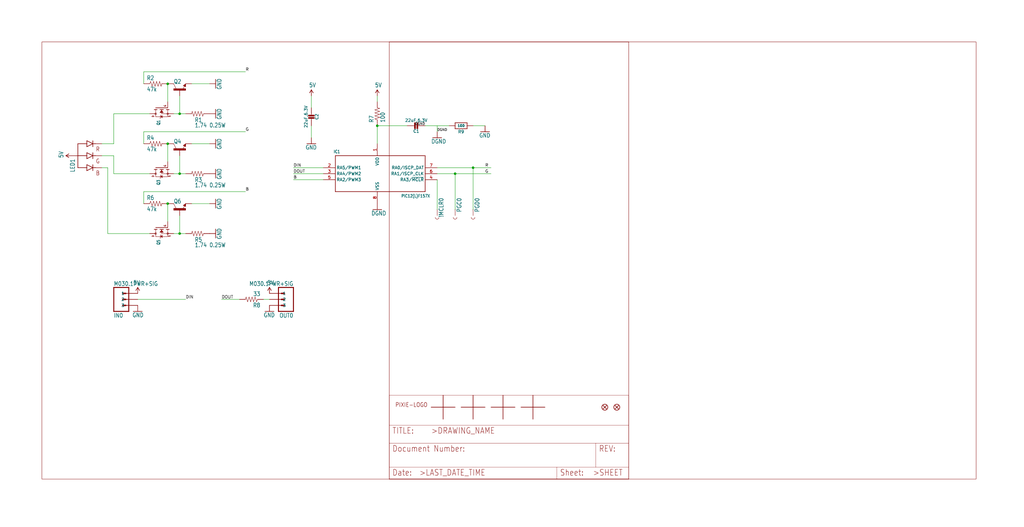
<source format=kicad_sch>
(kicad_sch (version 20211123) (generator eeschema)
  (paper "User" 434.34 223.571)
  (lib_symbols
    (symbol "schematicEagle-eagle-import:5V" (power)
      (property "Value" "5V" (at -1.016 3.556 0))
      (symbol "5V_1_0"
        (polyline (pts (xy 0 2.54) (xy -0.762 1.27)) (stroke (width 0.254)))
        (polyline (pts (xy 0.762 1.27) (xy 0 2.54)) (stroke (width 0.254)))
        (pin power_in line (at 0 0 90) (length 2.54) (name "5V") (number "1"))
      )
    )
    (symbol "schematicEagle-eagle-import:ALIGN_CROSS"
      (symbol "ALIGN_CROSS_1_0"
        (polyline (pts (xy -5.08 0) (xy 5.08 0)) (stroke (width 0.254)))
        (polyline (pts (xy 0 5.08) (xy 0 -5.08)) (stroke (width 0.254)))
      )
    )
    (symbol "schematicEagle-eagle-import:CAP_CERAMIC_0805MP"
      (property "Reference" "C" (at -2.29 1.25 90))
      (property "Value" "CAP_CERAMIC_0805MP" (at 2.3 1.25 90))
      (symbol "CAP_CERAMIC_0805MP_1_0"
        (rectangle (start -1.27 0.508) (end 1.27 1.016) (fill (type outline)))
        (rectangle (start -1.27 1.524) (end 1.27 2.032) (fill (type outline)))
        (polyline (pts (xy 0 0.762) (xy 0 0)) (stroke (width 0.1524)))
        (polyline (pts (xy 0 2.54) (xy 0 1.778)) (stroke (width 0.1524)))
        (pin passive line (at 0 5.08 270) (length 2.54) (name "1") (number "1"))
        (pin passive line (at 0 -2.54 90) (length 2.54) (name "2") (number "2"))
      )
    )
    (symbol "schematicEagle-eagle-import:DGND" (power)
      (property "Value" "DGND" (at -2.54 -2.54 0))
      (symbol "DGND_1_0"
        (polyline (pts (xy -1.905 0) (xy 1.905 0)) (stroke (width 0.254)))
        (pin power_in line (at 0 2.54 270) (length 2.54) (name "GND") (number "1"))
      )
    )
    (symbol "schematicEagle-eagle-import:FIDUCIAL{dblquote}{dblquote}"
      (symbol "FIDUCIAL{dblquote}{dblquote}_1_0"
        (polyline (pts (xy -0.762 0.762) (xy 0.762 -0.762)) (stroke (width 0.254)))
        (polyline (pts (xy 0.762 0.762) (xy -0.762 -0.762)) (stroke (width 0.254)))
        (circle (center 0 0) (radius 1.27) (stroke (width 0.254)))
      )
    )
    (symbol "schematicEagle-eagle-import:GND" (power)
      (property "Value" "GND" (at -2.54 -2.54 0))
      (symbol "GND_1_0"
        (polyline (pts (xy -1.905 0) (xy 1.905 0)) (stroke (width 0.254)))
        (pin power_in line (at 0 2.54 270) (length 2.54) (name "GND") (number "1"))
      )
    )
    (symbol "schematicEagle-eagle-import:IRLML2060TRPBF"
      (property "Reference" "Q" (at 5.08 0.635 0))
      (property "Value" "IRLML2060TRPBF" (at 5.08 -1.27 0))
      (symbol "IRLML2060TRPBF_1_0"
        (polyline (pts (xy 0 2.54) (xy 0 -2.54)) (stroke (width 0.254)))
        (polyline (pts (xy 0.762 -2.54) (xy 0.762 -3.175)) (stroke (width 0.254)))
        (polyline (pts (xy 0.762 -1.905) (xy 0.762 -2.54)) (stroke (width 0.254)))
        (polyline (pts (xy 0.762 0) (xy 0.762 -0.762)) (stroke (width 0.254)))
        (polyline (pts (xy 0.762 0) (xy 2.54 0)) (stroke (width 0.1524)))
        (polyline (pts (xy 0.762 0.762) (xy 0.762 0)) (stroke (width 0.254)))
        (polyline (pts (xy 0.762 2.54) (xy 0.762 1.905)) (stroke (width 0.254)))
        (polyline (pts (xy 0.762 2.54) (xy 3.81 2.54)) (stroke (width 0.1524)))
        (polyline (pts (xy 0.762 3.175) (xy 0.762 2.54)) (stroke (width 0.254)))
        (polyline (pts (xy 2.54 -2.54) (xy 0.762 -2.54)) (stroke (width 0.1524)))
        (polyline (pts (xy 2.54 -2.54) (xy 3.81 -2.54)) (stroke (width 0.1524)))
        (polyline (pts (xy 2.54 0) (xy 2.54 -2.54)) (stroke (width 0.1524)))
        (polyline (pts (xy 3.302 0.508) (xy 3.048 0.254)) (stroke (width 0.1524)))
        (polyline (pts (xy 3.81 0.508) (xy 3.302 0.508)) (stroke (width 0.1524)))
        (polyline (pts (xy 3.81 0.508) (xy 3.81 -2.54)) (stroke (width 0.1524)))
        (polyline (pts (xy 3.81 2.54) (xy 3.81 0.508)) (stroke (width 0.1524)))
        (polyline (pts (xy 4.318 0.508) (xy 3.81 0.508)) (stroke (width 0.1524)))
        (polyline (pts (xy 4.572 0.762) (xy 4.318 0.508)) (stroke (width 0.1524)))
        (polyline (pts (xy 1.016 0) (xy 2.032 0.762) (xy 2.032 -0.762)) (fill (type outline)))
        (polyline (pts (xy 3.81 0.508) (xy 3.302 -0.254) (xy 4.318 -0.254)) (fill (type outline)))
        (circle (center 2.54 -2.54) (radius 0.3592))
        (circle (center 2.54 2.54) (radius 0.3592))
        (text "D" (at 3.175 3.175 0) (effects (font (size 0.8128 0.6908)) (justify left bottom)))
        (text "G" (at -1.27 -1.905 0) (effects (font (size 0.8128 0.6908)) (justify left bottom)))
        (text "S" (at 3.175 -3.81 0) (effects (font (size 0.8128 0.6908)) (justify left bottom)))
        (pin bidirectional line (at -2.54 -2.54 0) (length 2.54) (name "G") (number "1"))
        (pin bidirectional line (at 2.54 -5.08 90) (length 2.54) (name "S") (number "2"))
        (pin bidirectional line (at 2.54 5.08 270) (length 2.54) (name "D") (number "3"))
      )
    )
    (symbol "schematicEagle-eagle-import:LETTER_L"
      (symbol "LETTER_L_0_0"
        (polyline (pts (xy 0 0) (xy 248.92 0) (xy 248.92 185.42) (xy 0 185.42) (xy 0 0)))
      )
      (symbol "LETTER_L_2_0"
        (polyline (pts (xy 0 0) (xy 0 5.08)) (stroke (width 0.1016)))
        (polyline (pts (xy 0 0) (xy 71.12 0)) (stroke (width 0.1016)))
        (polyline (pts (xy 0 5.08) (xy 0 15.24)) (stroke (width 0.1016)))
        (polyline (pts (xy 0 5.08) (xy 71.12 5.08)) (stroke (width 0.1016)))
        (polyline (pts (xy 0 15.24) (xy 0 22.86)) (stroke (width 0.1016)))
        (polyline (pts (xy 0 22.86) (xy 0 35.56)) (stroke (width 0.1016)))
        (polyline (pts (xy 0 22.86) (xy 101.6 22.86)) (stroke (width 0.1016)))
        (polyline (pts (xy 71.12 0) (xy 101.6 0)) (stroke (width 0.1016)))
        (polyline (pts (xy 71.12 5.08) (xy 71.12 0)) (stroke (width 0.1016)))
        (polyline (pts (xy 71.12 5.08) (xy 87.63 5.08)) (stroke (width 0.1016)))
        (polyline (pts (xy 87.63 5.08) (xy 101.6 5.08)) (stroke (width 0.1016)))
        (polyline (pts (xy 87.63 15.24) (xy 0 15.24)) (stroke (width 0.1016)))
        (polyline (pts (xy 87.63 15.24) (xy 87.63 5.08)) (stroke (width 0.1016)))
        (polyline (pts (xy 101.6 5.08) (xy 101.6 0)) (stroke (width 0.1016)))
        (polyline (pts (xy 101.6 15.24) (xy 87.63 15.24)) (stroke (width 0.1016)))
        (polyline (pts (xy 101.6 15.24) (xy 101.6 5.08)) (stroke (width 0.1016)))
        (polyline (pts (xy 101.6 22.86) (xy 101.6 15.24)) (stroke (width 0.1016)))
        (polyline (pts (xy 101.6 35.56) (xy 0 35.56)) (stroke (width 0.1016)))
        (polyline (pts (xy 101.6 35.56) (xy 101.6 22.86)) (stroke (width 0.1016)))
        (text ">DRAWING_NAME" (at 17.78 19.05 0) (effects (font (size 2.54 2.159)) (justify left bottom)))
        (text ">LAST_DATE_TIME" (at 12.7 1.27 0) (effects (font (size 2.54 2.159)) (justify left bottom)))
        (text ">SHEET" (at 86.36 1.27 0) (effects (font (size 2.54 2.159)) (justify left bottom)))
        (text "Date:" (at 1.27 1.27 0) (effects (font (size 2.54 2.159)) (justify left bottom)))
        (text "Document Number:" (at 1.27 11.43 0) (effects (font (size 2.54 2.159)) (justify left bottom)))
        (text "REV:" (at 88.9 11.43 0) (effects (font (size 2.54 2.159)) (justify left bottom)))
        (text "Sheet:" (at 72.39 1.27 0) (effects (font (size 2.54 2.159)) (justify left bottom)))
        (text "TITLE:" (at 1.27 19.05 0) (effects (font (size 2.54 2.159)) (justify left bottom)))
      )
    )
    (symbol "schematicEagle-eagle-import:M030.1PWR+SIG"
      (property "Reference" "JP" (at -2.54 5.842 0))
      (property "Value" "M030.1PWR+SIG" (at -2.54 -7.62 0))
      (symbol "M030.1PWR+SIG_1_0"
        (polyline (pts (xy -2.54 5.08) (xy -2.54 -5.08)) (stroke (width 0.4064)))
        (polyline (pts (xy -2.54 5.08) (xy 3.81 5.08)) (stroke (width 0.4064)))
        (polyline (pts (xy 1.27 -2.54) (xy 2.54 -2.54)) (stroke (width 0.6096)))
        (polyline (pts (xy 1.27 0) (xy 2.54 0)) (stroke (width 0.6096)))
        (polyline (pts (xy 1.27 2.54) (xy 2.54 2.54)) (stroke (width 0.6096)))
        (polyline (pts (xy 3.81 -5.08) (xy -2.54 -5.08)) (stroke (width 0.4064)))
        (polyline (pts (xy 3.81 -5.08) (xy 3.81 5.08)) (stroke (width 0.4064)))
        (pin passive line (at 7.62 -2.54 180) (length 5.08) (name "1") (number "P$1"))
        (pin passive line (at 7.62 0 180) (length 5.08) (name "2") (number "P$2"))
        (pin passive line (at 7.62 2.54 180) (length 5.08) (name "3") (number "P$3"))
      )
    )
    (symbol "schematicEagle-eagle-import:MMBT2222A"
      (property "Reference" "Q" (at 5.08 0 0))
      (symbol "MMBT2222A_1_0"
        (rectangle (start -0.254 -2.54) (end 0.508 2.54) (fill (type outline)))
        (polyline (pts (xy 1.27 -2.54) (xy 1.778 -1.524)) (stroke (width 0.1524)))
        (polyline (pts (xy 1.524 -2.413) (xy 2.286 -2.413)) (stroke (width 0.254)))
        (polyline (pts (xy 1.524 -2.286) (xy 1.905 -2.286)) (stroke (width 0.254)))
        (polyline (pts (xy 1.54 -2.04) (xy 0.308 -1.424)) (stroke (width 0.1524)))
        (polyline (pts (xy 1.778 -1.778) (xy 1.524 -2.286)) (stroke (width 0.254)))
        (polyline (pts (xy 1.778 -1.524) (xy 2.54 -2.54)) (stroke (width 0.1524)))
        (polyline (pts (xy 1.905 -2.286) (xy 1.778 -2.032)) (stroke (width 0.254)))
        (polyline (pts (xy 2.286 -2.413) (xy 1.778 -1.778)) (stroke (width 0.254)))
        (polyline (pts (xy 2.54 -2.54) (xy 1.27 -2.54)) (stroke (width 0.1524)))
        (polyline (pts (xy 2.54 2.54) (xy 0.508 1.524)) (stroke (width 0.1524)))
        (pin passive line (at -2.54 0 0) (length 2.54) (name "B") (number "1"))
        (pin passive line (at 2.54 -5.08 90) (length 2.54) (name "E") (number "2"))
        (pin passive line (at 2.54 5.08 270) (length 2.54) (name "C") (number "3"))
      )
    )
    (symbol "schematicEagle-eagle-import:PIC12(L)F157X"
      (property "Reference" "IC" (at -10.922 13.716 0))
      (property "Value" "PIC12(L)F157X" (at 17.78 -5.08 0))
      (symbol "PIC12(L)F157X_1_0"
        (polyline (pts (xy -10.16 -2.54) (xy -10.16 12.7)) (stroke (width 0.254)))
        (polyline (pts (xy -10.16 12.7) (xy 27.94 12.7)) (stroke (width 0.254)))
        (polyline (pts (xy 27.94 -2.54) (xy -10.16 -2.54)) (stroke (width 0.254)))
        (polyline (pts (xy 27.94 12.7) (xy 27.94 -2.54)) (stroke (width 0.254)))
        (pin power_in line (at 7.62 17.78 270) (length 5.08) (name "VDD") (number "1"))
        (pin bidirectional line (at -15.24 7.62 0) (length 5.08) (name "RA5/PWM1") (number "2"))
        (pin bidirectional line (at -15.24 5.08 0) (length 5.08) (name "RA4/PWM2") (number "3"))
        (pin bidirectional line (at 33.02 2.54 180) (length 5.08) (name "RA3/~{MCLR}") (number "4"))
        (pin bidirectional line (at -15.24 2.54 0) (length 5.08) (name "RA2/PWM3") (number "5"))
        (pin bidirectional line (at 33.02 5.08 180) (length 5.08) (name "RA1/ISCP_CLK") (number "6"))
        (pin bidirectional line (at 33.02 7.62 180) (length 5.08) (name "RA0/ISCP_DAT") (number "7"))
        (pin power_in line (at 7.62 -7.62 90) (length 5.08) (name "VSS") (number "8"))
      )
    )
    (symbol "schematicEagle-eagle-import:PIXIE-LOGO"
      (symbol "PIXIE-LOGO_1_0"
        (text "PIXIE-LOGO" (at 0 0 0) (effects (font (size 1.778 1.5113)) (justify left bottom)))
      )
    )
    (symbol "schematicEagle-eagle-import:RESISTOR0603"
      (property "Reference" "R" (at -3.81 1.4986 0))
      (property "Value" "RESISTOR0603" (at -3.81 -3.302 0))
      (symbol "RESISTOR0603_1_0"
        (polyline (pts (xy -2.54 0) (xy -2.159 1.016)) (stroke (width 0.1524)))
        (polyline (pts (xy -2.159 1.016) (xy -1.524 -1.016)) (stroke (width 0.1524)))
        (polyline (pts (xy -1.524 -1.016) (xy -0.889 1.016)) (stroke (width 0.1524)))
        (polyline (pts (xy -0.889 1.016) (xy -0.254 -1.016)) (stroke (width 0.1524)))
        (polyline (pts (xy -0.254 -1.016) (xy 0.381 1.016)) (stroke (width 0.1524)))
        (polyline (pts (xy 0.381 1.016) (xy 1.016 -1.016)) (stroke (width 0.1524)))
        (polyline (pts (xy 1.016 -1.016) (xy 1.651 1.016)) (stroke (width 0.1524)))
        (polyline (pts (xy 1.651 1.016) (xy 2.286 -1.016)) (stroke (width 0.1524)))
        (polyline (pts (xy 2.286 -1.016) (xy 2.54 0)) (stroke (width 0.1524)))
        (pin passive line (at -5.08 0 0) (length 2.54) (name "1") (number "1"))
        (pin passive line (at 5.08 0 180) (length 2.54) (name "2") (number "2"))
      )
    )
    (symbol "schematicEagle-eagle-import:RESISTOR1206"
      (property "Reference" "R" (at -3.81 1.4986 0))
      (property "Value" "RESISTOR1206" (at -3.81 -3.302 0))
      (symbol "RESISTOR1206_1_0"
        (polyline (pts (xy -2.54 0) (xy -2.159 1.016)) (stroke (width 0.1524)))
        (polyline (pts (xy -2.159 1.016) (xy -1.524 -1.016)) (stroke (width 0.1524)))
        (polyline (pts (xy -1.524 -1.016) (xy -0.889 1.016)) (stroke (width 0.1524)))
        (polyline (pts (xy -0.889 1.016) (xy -0.254 -1.016)) (stroke (width 0.1524)))
        (polyline (pts (xy -0.254 -1.016) (xy 0.381 1.016)) (stroke (width 0.1524)))
        (polyline (pts (xy 0.381 1.016) (xy 1.016 -1.016)) (stroke (width 0.1524)))
        (polyline (pts (xy 1.016 -1.016) (xy 1.651 1.016)) (stroke (width 0.1524)))
        (polyline (pts (xy 1.651 1.016) (xy 2.286 -1.016)) (stroke (width 0.1524)))
        (polyline (pts (xy 2.286 -1.016) (xy 2.54 0)) (stroke (width 0.1524)))
        (pin passive line (at -5.08 0 0) (length 2.54) (name "1") (number "1"))
        (pin passive line (at 5.08 0 180) (length 2.54) (name "2") (number "2"))
      )
    )
    (symbol "schematicEagle-eagle-import:RESISTOR_0603MP"
      (property "Reference" "R" (at 0 2.54 0))
      (property "Value" "RESISTOR_0603MP" (at 0 0 0))
      (symbol "RESISTOR_0603MP_1_0"
        (polyline (pts (xy -2.54 -1.27) (xy -2.54 1.27)) (stroke (width 0.254)))
        (polyline (pts (xy -2.54 1.27) (xy 2.54 1.27)) (stroke (width 0.254)))
        (polyline (pts (xy 2.54 -1.27) (xy -2.54 -1.27)) (stroke (width 0.254)))
        (polyline (pts (xy 2.54 1.27) (xy 2.54 -1.27)) (stroke (width 0.254)))
        (pin passive line (at -5.08 0 0) (length 2.54) (name "1") (number "1"))
        (pin passive line (at 5.08 0 180) (length 2.54) (name "2") (number "2"))
      )
    )
    (symbol "schematicEagle-eagle-import:RGBLED_CA"
      (property "Reference" "LED" (at -6.35 1.27 90))
      (symbol "RGBLED_CA_1_0"
        (polyline (pts (xy -5.08 -5.08) (xy -1.27 -5.08)) (stroke (width 0.254)))
        (polyline (pts (xy -5.08 0) (xy -5.08 -5.08)) (stroke (width 0.254)))
        (polyline (pts (xy -5.08 0) (xy -1.27 0)) (stroke (width 0.254)))
        (polyline (pts (xy -5.08 5.08) (xy -5.08 0)) (stroke (width 0.254)))
        (polyline (pts (xy -5.08 5.08) (xy -1.27 5.08)) (stroke (width 0.254)))
        (polyline (pts (xy -1.27 -6.35) (xy 1.27 -5.08)) (stroke (width 0.254)))
        (polyline (pts (xy -1.27 -5.08) (xy -1.27 -6.35)) (stroke (width 0.254)))
        (polyline (pts (xy -1.27 -3.81) (xy -1.27 -5.08)) (stroke (width 0.254)))
        (polyline (pts (xy -1.27 -1.27) (xy 1.27 0)) (stroke (width 0.254)))
        (polyline (pts (xy -1.27 0) (xy -1.27 -1.27)) (stroke (width 0.254)))
        (polyline (pts (xy -1.27 1.27) (xy -1.27 0)) (stroke (width 0.254)))
        (polyline (pts (xy -1.27 3.81) (xy 1.27 5.08)) (stroke (width 0.254)))
        (polyline (pts (xy -1.27 5.08) (xy -1.27 3.81)) (stroke (width 0.254)))
        (polyline (pts (xy -1.27 6.35) (xy -1.27 5.08)) (stroke (width 0.254)))
        (polyline (pts (xy 1.27 -6.35) (xy 1.27 -5.08)) (stroke (width 0.254)))
        (polyline (pts (xy 1.27 -5.08) (xy -1.27 -3.81)) (stroke (width 0.254)))
        (polyline (pts (xy 1.27 -5.08) (xy 1.27 -3.81)) (stroke (width 0.254)))
        (polyline (pts (xy 1.27 -5.08) (xy 2.54 -5.08)) (stroke (width 0.254)))
        (polyline (pts (xy 1.27 0) (xy -1.27 1.27)) (stroke (width 0.254)))
        (polyline (pts (xy 1.27 0) (xy 1.27 -1.27)) (stroke (width 0.254)))
        (polyline (pts (xy 1.27 1.27) (xy 1.27 0)) (stroke (width 0.254)))
        (polyline (pts (xy 1.27 5.08) (xy -1.27 6.35)) (stroke (width 0.254)))
        (polyline (pts (xy 1.27 5.08) (xy 1.27 3.81)) (stroke (width 0.254)))
        (polyline (pts (xy 1.27 5.08) (xy 2.54 5.08)) (stroke (width 0.254)))
        (polyline (pts (xy 1.27 6.35) (xy 1.27 5.08)) (stroke (width 0.254)))
        (polyline (pts (xy 2.54 0) (xy 1.27 0)) (stroke (width 0.254)))
        (text "B" (at 2.54 6.35 0) (effects (font (size 1.778 1.5113)) (justify left bottom)))
        (text "G" (at 2.54 1.27 0) (effects (font (size 1.778 1.5113)) (justify left bottom)))
        (text "R" (at 2.54 -3.81 0) (effects (font (size 1.778 1.5113)) (justify left bottom)))
        (pin bidirectional line (at -7.62 0 0) (length 2.54) (name "VCC") (number "ANODE"))
        (pin bidirectional line (at 5.08 5.08 180) (length 2.54) (name "BLUE") (number "B"))
        (pin bidirectional line (at 5.08 0 180) (length 2.54) (name "GREEN") (number "G"))
        (pin bidirectional line (at 5.08 -5.08 180) (length 2.54) (name "RED") (number "R"))
      )
    )
    (symbol "schematicEagle-eagle-import:TEST-POINT3X4"
      (property "Reference" "TP" (at -2.54 2.54 0))
      (property "Value" "TEST-POINT3X4" (at -2.54 -2.54 0))
      (symbol "TEST-POINT3X4_1_0"
        (polyline (pts (xy 2.54 0) (xy 0 0)) (stroke (width 0.1524)))
        (arc (start 3.302 -0.762) (mid 4.064 0) (end 3.302 0.762) (stroke (width 0.1524)))
        (pin bidirectional line (at 0 0 180) (length 0) (name "1") (number "P$1"))
      )
    )
  )
  (junction (at 193.04 73.66))
  (junction (at 71.12 60.96))
  (junction (at 160.02 53.34))
  (junction (at 76.2 73.66))
  (junction (at 76.2 99.06))
  (junction (at 200.66 71.12))
  (junction (at 71.12 35.56))
  (junction (at 76.2 48.26))
  (junction (at 71.12 86.36))
  (wire (pts (xy 48.26 73.66) (xy 63.5 73.66)))
  (wire (pts (xy 132.08 40.64) (xy 132.08 45.72)))
  (wire (pts (xy 76.2 91.44) (xy 76.2 99.06)))
  (wire (pts (xy 88.9 60.96) (xy 81.28 60.96)))
  (wire (pts (xy 76.2 66.04) (xy 76.2 73.66)))
  (wire (pts (xy 88.9 86.36) (xy 81.28 86.36)))
  (wire (pts (xy 60.96 30.48) (xy 60.96 35.56)))
  (wire (pts (xy 73.66 99.06) (xy 76.2 99.06)))
  (wire (pts (xy 180.34 53.34) (xy 190.5 53.34)))
  (wire (pts (xy 58.42 127) (xy 78.74 127)))
  (wire (pts (xy 43.18 71.12) (xy 45.72 71.12)))
  (wire (pts (xy 111.76 127) (xy 114.3 127)))
  (wire (pts (xy 160.02 60.96) (xy 160.02 53.34)))
  (wire (pts (xy 60.96 55.88) (xy 60.96 60.96)))
  (wire (pts (xy 60.96 81.28) (xy 60.96 86.36)))
  (wire (pts (xy 71.12 93.98) (xy 71.12 86.36)))
  (wire (pts (xy 48.26 66.04) (xy 48.26 73.66)))
  (wire (pts (xy 60.96 55.88) (xy 104.14 55.88)))
  (wire (pts (xy 160.02 53.34) (xy 172.72 53.34)))
  (wire (pts (xy 45.72 99.06) (xy 63.5 99.06)))
  (wire (pts (xy 200.66 88.9) (xy 200.66 71.12)))
  (wire (pts (xy 137.16 73.66) (xy 124.46 73.66)))
  (wire (pts (xy 137.16 71.12) (xy 124.46 71.12)))
  (wire (pts (xy 160.02 40.64) (xy 160.02 43.18)))
  (wire (pts (xy 48.26 60.96) (xy 48.26 48.26)))
  (wire (pts (xy 73.66 48.26) (xy 76.2 48.26)))
  (wire (pts (xy 137.16 76.2) (xy 124.46 76.2)))
  (wire (pts (xy 71.12 43.18) (xy 71.12 35.56)))
  (wire (pts (xy 76.2 73.66) (xy 78.74 73.66)))
  (wire (pts (xy 200.66 71.12) (xy 208.28 71.12)))
  (wire (pts (xy 71.12 68.58) (xy 71.12 60.96)))
  (wire (pts (xy 185.42 88.9) (xy 185.42 76.2)))
  (wire (pts (xy 101.6 127) (xy 93.98 127)))
  (wire (pts (xy 43.18 60.96) (xy 48.26 60.96)))
  (wire (pts (xy 60.96 81.28) (xy 104.14 81.28)))
  (wire (pts (xy 45.72 71.12) (xy 45.72 99.06)))
  (wire (pts (xy 185.42 73.66) (xy 193.04 73.66)))
  (wire (pts (xy 76.2 99.06) (xy 78.74 99.06)))
  (wire (pts (xy 193.04 73.66) (xy 208.28 73.66)))
  (wire (pts (xy 200.66 53.34) (xy 205.74 53.34)))
  (wire (pts (xy 73.66 73.66) (xy 76.2 73.66)))
  (wire (pts (xy 43.18 66.04) (xy 48.26 66.04)))
  (wire (pts (xy 193.04 88.9) (xy 193.04 73.66)))
  (wire (pts (xy 76.2 40.64) (xy 76.2 48.26)))
  (wire (pts (xy 60.96 30.48) (xy 104.14 30.48)))
  (wire (pts (xy 88.9 35.56) (xy 81.28 35.56)))
  (wire (pts (xy 132.08 58.42) (xy 132.08 53.34)))
  (wire (pts (xy 48.26 48.26) (xy 63.5 48.26)))
  (wire (pts (xy 185.42 55.88) (xy 185.42 53.34)))
  (wire (pts (xy 185.42 71.12) (xy 200.66 71.12)))
  (wire (pts (xy 76.2 48.26) (xy 78.74 48.26)))
  (label "DOUT" (at 124.46 73.66 0) (effects (font (size 1.2446 1.2446))))
  (label "DGND" (at 180.34 53.34 180) (effects (font (size 1.016 1.016))))
  (label "DGND" (at 185.42 55.88 0) (effects (font (size 1.016 1.016))))
  (label "DIN" (at 78.74 127 0) (effects (font (size 1.2446 1.2446))))
  (label "G" (at 104.14 55.88 0) (effects (font (size 1.2446 1.2446))))
  (label "B" (at 104.14 81.28 0) (effects (font (size 1.2446 1.2446))))
  (label "DOUT" (at 93.98 127 0) (effects (font (size 1.2446 1.2446))))
  (label "B" (at 124.46 76.2 0) (effects (font (size 1.2446 1.2446))))
  (label "R" (at 104.14 30.48 0) (effects (font (size 1.2446 1.2446))))
  (label "R" (at 205.74 71.12 0) (effects (font (size 1.2446 1.2446))))
  (label "DIN" (at 124.46 71.12 0) (effects (font (size 1.2446 1.2446))))
  (label "G" (at 205.74 73.66 0) (effects (font (size 1.2446 1.2446))))
  (symbol (lib_id "schematicEagle-eagle-import:FIDUCIAL{dblquote}{dblquote}") (at 261.62 172.72 0) (unit 1)
    (property "Reference" "U$7" (effects hide))
    (property "Value" "FIDUCIAL{dblquote}{dblquote}" (effects hide))
    (property "Footprint" "schematicEagle:FIDUCIAL_1MM" (effects hide))
  )
  (symbol (lib_id "schematicEagle-eagle-import:GND") (at 91.44 35.56 90) (unit 1)
    (property "Reference" "#GND2" (effects hide))
    (property "Value" "GND" (at 93.98 38.1 0) (effects (font (size 1.778 1.5113)) (justify left bottom)))
    (property "Footprint" "schematicEagle:" (effects hide))
  )
  (symbol (lib_id "schematicEagle-eagle-import:5V") (at 132.08 40.64 0) (unit 1)
    (property "Reference" "#SUPPLY3" (effects hide))
    (property "Value" "5V" (at 131.064 37.084 0) (effects (font (size 1.778 1.5113)) (justify left bottom)))
    (property "Footprint" "schematicEagle:" (effects hide))
  )
  (symbol (lib_id "schematicEagle-eagle-import:MMBT2222A") (at 76.2 88.9 90) (unit 1)
    (property "Reference" "Q6" (at 73.66 86.36 90) (effects (font (size 1.778 1.5113)) (justify right top)))
    (property "Value" "MMBT2222A" (effects hide))
    (property "Footprint" "schematicEagle:SOT23-3" (effects hide))
  )
  (symbol (lib_id "schematicEagle-eagle-import:GND") (at 91.44 86.36 90) (unit 1)
    (property "Reference" "#GND10" (effects hide))
    (property "Value" "GND" (at 93.98 88.9 0) (effects (font (size 1.778 1.5113)) (justify left bottom)))
    (property "Footprint" "schematicEagle:" (effects hide))
  )
  (symbol (lib_id "schematicEagle-eagle-import:RESISTOR0603") (at 160.02 48.26 90) (unit 1)
    (property "Reference" "R7" (at 158.5214 52.07 0) (effects (font (size 1.778 1.5113)) (justify left bottom)))
    (property "Value" "100" (at 163.322 52.07 0) (effects (font (size 1.778 1.5113)) (justify left bottom)))
    (property "Footprint" "schematicEagle:0603-RES" (effects hide))
  )
  (symbol (lib_id "schematicEagle-eagle-import:DGND") (at 185.42 58.42 0) (unit 1)
    (property "Reference" "#GND5" (effects hide))
    (property "Value" "DGND" (at 182.88 60.96 0) (effects (font (size 1.778 1.5113)) (justify left bottom)))
    (property "Footprint" "schematicEagle:" (effects hide))
  )
  (symbol (lib_id "schematicEagle-eagle-import:IRLML2060TRPBF") (at 68.58 45.72 90) (mirror x) (unit 1)
    (property "Reference" "Q1" (at 67.945 50.8 0) (effects (font (size 1.27 1.0795)) (justify left bottom)))
    (property "Value" "IRLML2060TRPBF" (effects hide))
    (property "Footprint" "schematicEagle:SOT23-3" (effects hide))
  )
  (symbol (lib_id "schematicEagle-eagle-import:IRLML2060TRPBF") (at 68.58 71.12 90) (mirror x) (unit 1)
    (property "Reference" "Q3" (at 67.945 76.2 0) (effects (font (size 1.27 1.0795)) (justify left bottom)))
    (property "Value" "IRLML2060TRPBF" (effects hide))
    (property "Footprint" "schematicEagle:SOT23-3" (effects hide))
  )
  (symbol (lib_id "schematicEagle-eagle-import:IRLML2060TRPBF") (at 68.58 96.52 90) (mirror x) (unit 1)
    (property "Reference" "Q5" (at 67.945 101.6 0) (effects (font (size 1.27 1.0795)) (justify left bottom)))
    (property "Value" "IRLML2060TRPBF" (effects hide))
    (property "Footprint" "schematicEagle:SOT23-3" (effects hide))
  )
  (symbol (lib_id "schematicEagle-eagle-import:5V") (at 160.02 40.64 0) (unit 1)
    (property "Reference" "#SUPPLY5" (effects hide))
    (property "Value" "5V" (at 159.004 37.084 0) (effects (font (size 1.778 1.5113)) (justify left bottom)))
    (property "Footprint" "schematicEagle:" (effects hide))
  )
  (symbol (lib_id "schematicEagle-eagle-import:TEST-POINT3X4") (at 185.42 88.9 270) (unit 1)
    (property "Reference" "!MCLR0" (at 186.182 83.82 0) (effects (font (size 1.778 1.5113)) (justify left bottom)))
    (property "Value" "TEST-POINT3X4" (effects hide))
    (property "Footprint" "schematicEagle:PAD.03X.04" (effects hide))
  )
  (symbol (lib_id "schematicEagle-eagle-import:RGBLED_CA") (at 38.1 66.04 0) (mirror x) (unit 1)
    (property "Reference" "LED1" (at 31.75 67.31 90) (effects (font (size 1.778 1.5113)) (justify left bottom)))
    (property "Value" "RGBLED_CA" (effects hide))
    (property "Footprint" "schematicEagle:RGBLED3W4PIN" (effects hide))
  )
  (symbol (lib_id "schematicEagle-eagle-import:GND") (at 114.3 132.08 0) (unit 1)
    (property "Reference" "#GND11" (effects hide))
    (property "Value" "GND" (at 111.76 134.62 0) (effects (font (size 1.778 1.5113)) (justify left bottom)))
    (property "Footprint" "schematicEagle:" (effects hide))
  )
  (symbol (lib_id "schematicEagle-eagle-import:M030.1PWR+SIG") (at 50.8 127 0) (mirror x) (unit 1)
    (property "Reference" "IN0" (at 48.26 132.842 0) (effects (font (size 1.778 1.5113)) (justify left bottom)))
    (property "Value" "M030.1PWR+SIG" (at 48.26 119.38 0) (effects (font (size 1.778 1.5113)) (justify left bottom)))
    (property "Footprint" "schematicEagle:1X03-0.1PWR+SIG" (effects hide))
  )
  (symbol (lib_id "schematicEagle-eagle-import:RESISTOR1206") (at 83.82 99.06 180) (unit 1)
    (property "Reference" "R5" (at 82.55 102.6414 0) (effects (font (size 1.778 1.5113)) (justify right top)))
    (property "Value" "1.74 0.25W" (at 82.55 104.902 0) (effects (font (size 1.778 1.5113)) (justify right top)))
    (property "Footprint" "schematicEagle:1206" (effects hide))
  )
  (symbol (lib_id "schematicEagle-eagle-import:LETTER_L") (at 17.78 203.2 0) (unit 1)
    (property "Reference" "#FRAME1" (effects hide))
    (property "Value" "LETTER_L" (effects hide))
    (property "Footprint" "schematicEagle:" (effects hide))
  )
  (symbol (lib_id "schematicEagle-eagle-import:5V") (at 114.3 124.46 0) (unit 1)
    (property "Reference" "#SUPPLY2" (effects hide))
    (property "Value" "5V" (at 113.284 120.904 0) (effects (font (size 1.778 1.5113)) (justify left bottom)))
    (property "Footprint" "schematicEagle:" (effects hide))
  )
  (symbol (lib_id "schematicEagle-eagle-import:LETTER_L") (at 165.1 203.2 0) (unit 2)
    (property "Reference" "#FRAME1" (effects hide))
    (property "Value" "LETTER_L" (effects hide))
    (property "Footprint" "schematicEagle:" (effects hide))
  )
  (symbol (lib_id "schematicEagle-eagle-import:M030.1PWR+SIG") (at 121.92 127 180) (unit 1)
    (property "Reference" "OUT0" (at 124.46 132.842 0) (effects (font (size 1.778 1.5113)) (justify left bottom)))
    (property "Value" "M030.1PWR+SIG" (at 124.46 119.38 0) (effects (font (size 1.778 1.5113)) (justify left bottom)))
    (property "Footprint" "schematicEagle:1X03-0.1PWR+SIG" (effects hide))
  )
  (symbol (lib_id "schematicEagle-eagle-import:5V") (at 58.42 124.46 0) (mirror y) (unit 1)
    (property "Reference" "#SUPPLY1" (effects hide))
    (property "Value" "5V" (at 59.436 120.904 0) (effects (font (size 1.778 1.5113)) (justify left bottom)))
    (property "Footprint" "schematicEagle:" (effects hide))
  )
  (symbol (lib_id "schematicEagle-eagle-import:ALIGN_CROSS") (at 213.36 172.72 0) (unit 1)
    (property "Reference" "U$3" (effects hide))
    (property "Value" "ALIGN_CROSS" (effects hide))
    (property "Footprint" "schematicEagle:ALIGN_CROSS" (effects hide))
  )
  (symbol (lib_id "schematicEagle-eagle-import:PIXIE-LOGO") (at 167.64 172.72 0) (unit 1)
    (property "Reference" "U$5" (effects hide))
    (property "Value" "PIXIE-LOGO" (effects hide))
    (property "Footprint" "schematicEagle:PIXIE-LOGO" (effects hide))
  )
  (symbol (lib_id "schematicEagle-eagle-import:GND") (at 132.08 60.96 0) (unit 1)
    (property "Reference" "#GND8" (effects hide))
    (property "Value" "GND" (at 129.54 63.5 0) (effects (font (size 1.778 1.5113)) (justify left bottom)))
    (property "Footprint" "schematicEagle:" (effects hide))
  )
  (symbol (lib_id "schematicEagle-eagle-import:ALIGN_CROSS") (at 200.66 172.72 0) (unit 1)
    (property "Reference" "U$2" (effects hide))
    (property "Value" "ALIGN_CROSS" (effects hide))
    (property "Footprint" "schematicEagle:ALIGN_CROSS" (effects hide))
  )
  (symbol (lib_id "schematicEagle-eagle-import:PIC12(L)F157X") (at 152.4 78.74 0) (unit 1)
    (property "Reference" "IC1" (at 141.478 65.024 0) (effects (font (size 1.27 1.0795)) (justify left bottom)))
    (property "Value" "PIC12(L)F157X" (at 170.18 83.82 0) (effects (font (size 1.27 1.0795)) (justify left bottom)))
    (property "Footprint" "schematicEagle:MSOP-8" (effects hide))
  )
  (symbol (lib_id "schematicEagle-eagle-import:RESISTOR1206") (at 83.82 73.66 180) (unit 1)
    (property "Reference" "R3" (at 82.55 77.2414 0) (effects (font (size 1.778 1.5113)) (justify right top)))
    (property "Value" "1.74 0.25W" (at 82.55 79.502 0) (effects (font (size 1.778 1.5113)) (justify right top)))
    (property "Footprint" "schematicEagle:1206" (effects hide))
  )
  (symbol (lib_id "schematicEagle-eagle-import:GND") (at 91.44 60.96 90) (unit 1)
    (property "Reference" "#GND7" (effects hide))
    (property "Value" "GND" (at 93.98 63.5 0) (effects (font (size 1.778 1.5113)) (justify left bottom)))
    (property "Footprint" "schematicEagle:" (effects hide))
  )
  (symbol (lib_id "schematicEagle-eagle-import:5V") (at 30.48 66.04 90) (unit 1)
    (property "Reference" "#SUPPLY4" (effects hide))
    (property "Value" "5V" (at 26.924 67.056 0) (effects (font (size 1.778 1.5113)) (justify left bottom)))
    (property "Footprint" "schematicEagle:" (effects hide))
  )
  (symbol (lib_id "schematicEagle-eagle-import:RESISTOR0603") (at 66.04 35.56 0) (unit 1)
    (property "Reference" "R2" (at 62.23 34.0614 0) (effects (font (size 1.778 1.5113)) (justify left bottom)))
    (property "Value" "47k" (at 62.23 38.862 0) (effects (font (size 1.778 1.5113)) (justify left bottom)))
    (property "Footprint" "schematicEagle:0603-RES" (effects hide))
  )
  (symbol (lib_id "schematicEagle-eagle-import:CAP_CERAMIC_0805MP") (at 177.8 53.34 90) (unit 1)
    (property "Reference" "C1" (at 176.55 55.63 90))
    (property "Value" "22uF,6.3V" (at 176.55 51.04 90))
    (property "Footprint" "schematicEagle:_0805MP" (effects hide))
  )
  (symbol (lib_id "schematicEagle-eagle-import:ALIGN_CROSS") (at 226.06 172.72 0) (unit 1)
    (property "Reference" "U$4" (effects hide))
    (property "Value" "ALIGN_CROSS" (effects hide))
    (property "Footprint" "schematicEagle:ALIGN_CROSS" (effects hide))
  )
  (symbol (lib_id "schematicEagle-eagle-import:RESISTOR_0603MP") (at 195.58 53.34 180) (unit 1)
    (property "Reference" "R9" (at 195.58 55.88 0))
    (property "Value" "100" (at 195.58 53.34 0) (effects (font (size 1.016 1.016) bold)))
    (property "Footprint" "schematicEagle:_0603MP" (effects hide))
  )
  (symbol (lib_id "schematicEagle-eagle-import:MMBT2222A") (at 76.2 38.1 90) (unit 1)
    (property "Reference" "Q2" (at 73.66 35.56 90) (effects (font (size 1.778 1.5113)) (justify right top)))
    (property "Value" "MMBT2222A" (effects hide))
    (property "Footprint" "schematicEagle:SOT23-3" (effects hide))
  )
  (symbol (lib_id "schematicEagle-eagle-import:MMBT2222A") (at 76.2 63.5 90) (unit 1)
    (property "Reference" "Q4" (at 73.66 60.96 90) (effects (font (size 1.778 1.5113)) (justify right top)))
    (property "Value" "MMBT2222A" (effects hide))
    (property "Footprint" "schematicEagle:SOT23-3" (effects hide))
  )
  (symbol (lib_id "schematicEagle-eagle-import:TEST-POINT3X4") (at 200.66 88.9 270) (unit 1)
    (property "Reference" "PGD0" (at 201.422 83.82 0) (effects (font (size 1.778 1.5113)) (justify left bottom)))
    (property "Value" "TEST-POINT3X4" (effects hide))
    (property "Footprint" "schematicEagle:PAD.03X.04" (effects hide))
  )
  (symbol (lib_id "schematicEagle-eagle-import:RESISTOR0603") (at 66.04 86.36 0) (unit 1)
    (property "Reference" "R6" (at 62.23 84.8614 0) (effects (font (size 1.778 1.5113)) (justify left bottom)))
    (property "Value" "47k" (at 62.23 89.662 0) (effects (font (size 1.778 1.5113)) (justify left bottom)))
    (property "Footprint" "schematicEagle:0603-RES" (effects hide))
  )
  (symbol (lib_id "schematicEagle-eagle-import:FIDUCIAL{dblquote}{dblquote}") (at 256.54 172.72 0) (unit 1)
    (property "Reference" "U$6" (effects hide))
    (property "Value" "FIDUCIAL{dblquote}{dblquote}" (effects hide))
    (property "Footprint" "schematicEagle:FIDUCIAL_1MM" (effects hide))
  )
  (symbol (lib_id "schematicEagle-eagle-import:GND") (at 205.74 55.88 0) (unit 1)
    (property "Reference" "#GND4" (effects hide))
    (property "Value" "GND" (at 203.2 58.42 0) (effects (font (size 1.778 1.5113)) (justify left bottom)))
    (property "Footprint" "schematicEagle:" (effects hide))
  )
  (symbol (lib_id "schematicEagle-eagle-import:ALIGN_CROSS") (at 187.96 172.72 0) (unit 1)
    (property "Reference" "U$1" (effects hide))
    (property "Value" "ALIGN_CROSS" (effects hide))
    (property "Footprint" "schematicEagle:ALIGN_CROSS" (effects hide))
  )
  (symbol (lib_id "schematicEagle-eagle-import:GND") (at 91.44 99.06 90) (unit 1)
    (property "Reference" "#GND9" (effects hide))
    (property "Value" "GND" (at 93.98 101.6 0) (effects (font (size 1.778 1.5113)) (justify left bottom)))
    (property "Footprint" "schematicEagle:" (effects hide))
  )
  (symbol (lib_id "schematicEagle-eagle-import:GND") (at 58.42 132.08 0) (mirror y) (unit 1)
    (property "Reference" "#GND12" (effects hide))
    (property "Value" "GND" (at 60.96 134.62 0) (effects (font (size 1.778 1.5113)) (justify left bottom)))
    (property "Footprint" "schematicEagle:" (effects hide))
  )
  (symbol (lib_id "schematicEagle-eagle-import:RESISTOR0603") (at 66.04 60.96 0) (unit 1)
    (property "Reference" "R4" (at 62.23 59.4614 0) (effects (font (size 1.778 1.5113)) (justify left bottom)))
    (property "Value" "47k" (at 62.23 64.262 0) (effects (font (size 1.778 1.5113)) (justify left bottom)))
    (property "Footprint" "schematicEagle:0603-RES" (effects hide))
  )
  (symbol (lib_id "schematicEagle-eagle-import:RESISTOR0603") (at 106.68 127 180) (unit 1)
    (property "Reference" "R8" (at 110.49 128.4986 0) (effects (font (size 1.778 1.5113)) (justify left bottom)))
    (property "Value" "33" (at 110.49 123.698 0) (effects (font (size 1.778 1.5113)) (justify left bottom)))
    (property "Footprint" "schematicEagle:0603-RES" (effects hide))
  )
  (symbol (lib_id "schematicEagle-eagle-import:TEST-POINT3X4") (at 193.04 88.9 270) (unit 1)
    (property "Reference" "PGC0" (at 193.802 83.82 0) (effects (font (size 1.778 1.5113)) (justify left bottom)))
    (property "Value" "TEST-POINT3X4" (effects hide))
    (property "Footprint" "schematicEagle:PAD.03X.04" (effects hide))
  )
  (symbol (lib_id "schematicEagle-eagle-import:RESISTOR1206") (at 83.82 48.26 180) (unit 1)
    (property "Reference" "R1" (at 82.55 51.8414 0) (effects (font (size 1.778 1.5113)) (justify right top)))
    (property "Value" "1.74 0.25W" (at 82.55 54.102 0) (effects (font (size 1.778 1.5113)) (justify right top)))
    (property "Footprint" "schematicEagle:1206" (effects hide))
  )
  (symbol (lib_id "schematicEagle-eagle-import:GND") (at 91.44 73.66 90) (unit 1)
    (property "Reference" "#GND3" (effects hide))
    (property "Value" "GND" (at 93.98 76.2 0) (effects (font (size 1.778 1.5113)) (justify left bottom)))
    (property "Footprint" "schematicEagle:" (effects hide))
  )
  (symbol (lib_id "schematicEagle-eagle-import:CAP_CERAMIC_0805MP") (at 132.08 48.26 180) (unit 1)
    (property "Reference" "C2" (at 134.37 49.51 90))
    (property "Value" "22uF,6.3V" (at 129.78 49.51 90))
    (property "Footprint" "schematicEagle:_0805MP" (effects hide))
  )
  (symbol (lib_id "schematicEagle-eagle-import:DGND") (at 160.02 88.9 0) (unit 1)
    (property "Reference" "#GND6" (effects hide))
    (property "Value" "DGND" (at 157.48 91.44 0) (effects (font (size 1.778 1.5113)) (justify left bottom)))
    (property "Footprint" "schematicEagle:" (effects hide))
  )
  (symbol (lib_id "schematicEagle-eagle-import:GND") (at 91.44 48.26 90) (unit 1)
    (property "Reference" "#GND1" (effects hide))
    (property "Value" "GND" (at 93.98 50.8 0) (effects (font (size 1.778 1.5113)) (justify left bottom)))
    (property "Footprint" "schematicEagle:" (effects hide))
  )
)
</source>
